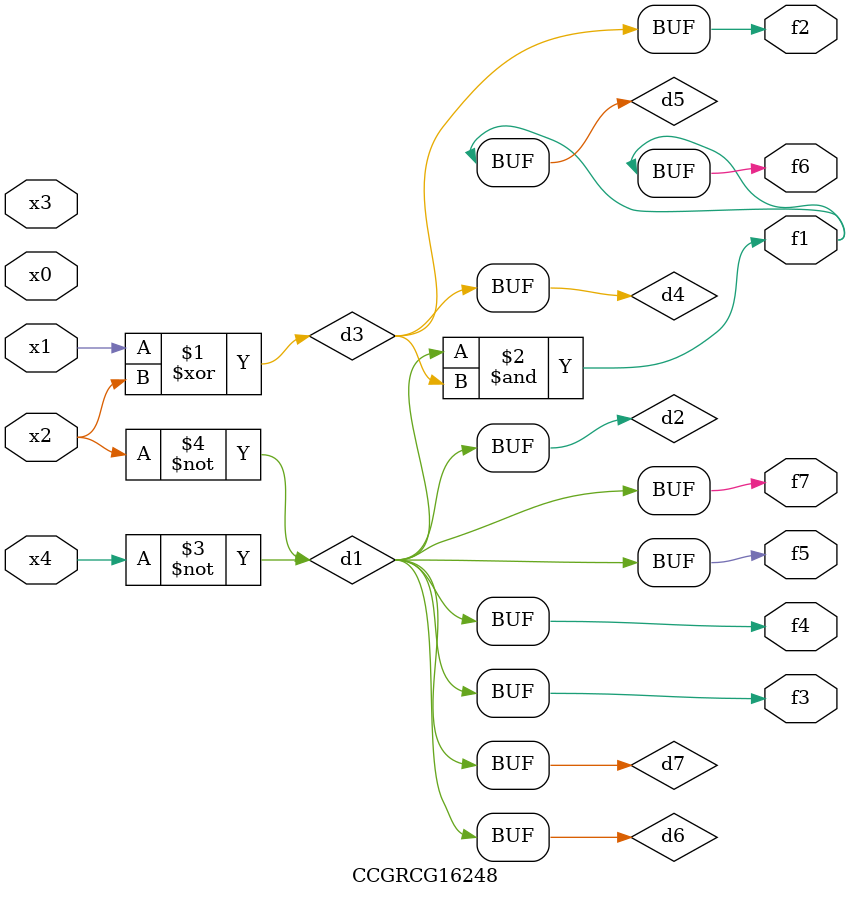
<source format=v>
module CCGRCG16248(
	input x0, x1, x2, x3, x4,
	output f1, f2, f3, f4, f5, f6, f7
);

	wire d1, d2, d3, d4, d5, d6, d7;

	not (d1, x4);
	not (d2, x2);
	xor (d3, x1, x2);
	buf (d4, d3);
	and (d5, d1, d3);
	buf (d6, d1, d2);
	buf (d7, d2);
	assign f1 = d5;
	assign f2 = d4;
	assign f3 = d7;
	assign f4 = d7;
	assign f5 = d7;
	assign f6 = d5;
	assign f7 = d7;
endmodule

</source>
